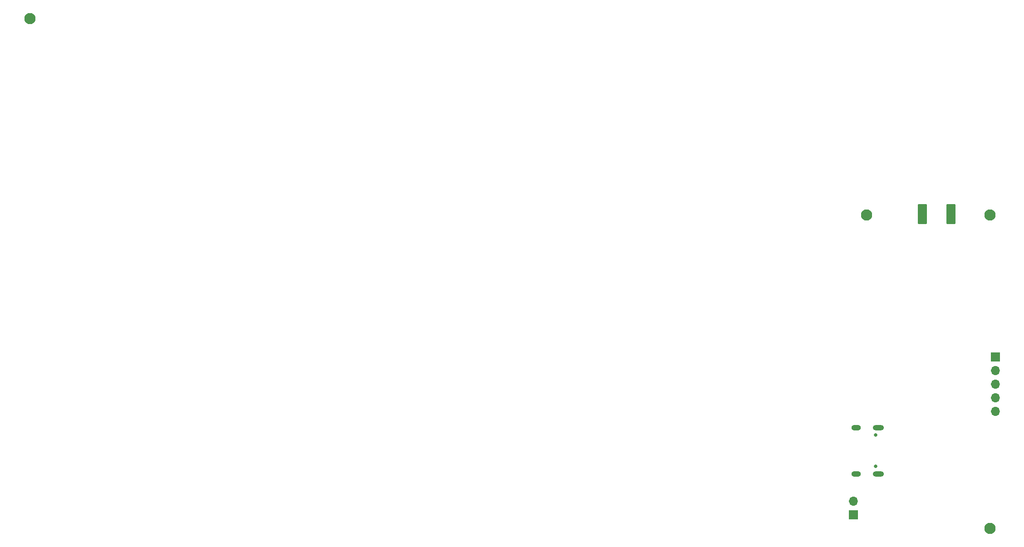
<source format=gbs>
G04 #@! TF.GenerationSoftware,KiCad,Pcbnew,8.0.1*
G04 #@! TF.CreationDate,2025-06-08T13:02:34-04:00*
G04 #@! TF.ProjectId,Topaz,546f7061-7a2e-46b6-9963-61645f706362,rev?*
G04 #@! TF.SameCoordinates,Original*
G04 #@! TF.FileFunction,Soldermask,Bot*
G04 #@! TF.FilePolarity,Negative*
%FSLAX46Y46*%
G04 Gerber Fmt 4.6, Leading zero omitted, Abs format (unit mm)*
G04 Created by KiCad (PCBNEW 8.0.1) date 2025-06-08 13:02:34*
%MOMM*%
%LPD*%
G01*
G04 APERTURE LIST*
G04 Aperture macros list*
%AMRoundRect*
0 Rectangle with rounded corners*
0 $1 Rounding radius*
0 $2 $3 $4 $5 $6 $7 $8 $9 X,Y pos of 4 corners*
0 Add a 4 corners polygon primitive as box body*
4,1,4,$2,$3,$4,$5,$6,$7,$8,$9,$2,$3,0*
0 Add four circle primitives for the rounded corners*
1,1,$1+$1,$2,$3*
1,1,$1+$1,$4,$5*
1,1,$1+$1,$6,$7*
1,1,$1+$1,$8,$9*
0 Add four rect primitives between the rounded corners*
20,1,$1+$1,$2,$3,$4,$5,0*
20,1,$1+$1,$4,$5,$6,$7,0*
20,1,$1+$1,$6,$7,$8,$9,0*
20,1,$1+$1,$8,$9,$2,$3,0*%
G04 Aperture macros list end*
%ADD10C,2.100000*%
%ADD11RoundRect,0.102000X-0.750000X1.750000X-0.750000X-1.750000X0.750000X-1.750000X0.750000X1.750000X0*%
%ADD12O,1.700000X1.700000*%
%ADD13R,1.700000X1.700000*%
%ADD14C,0.650000*%
%ADD15O,2.100000X1.000000*%
%ADD16O,1.800000X1.000000*%
G04 APERTURE END LIST*
D10*
X2375000Y-2375000D03*
D11*
X174266373Y-38837975D03*
X168866373Y-38837975D03*
D10*
X158500000Y-39000000D03*
D12*
X182500000Y-75660000D03*
X182500000Y-73120000D03*
X182500000Y-70580000D03*
X182500000Y-68040000D03*
D13*
X182500000Y-65500000D03*
D10*
X181500000Y-97500000D03*
X181500000Y-39000000D03*
D14*
X160213452Y-80109646D03*
X160213452Y-85889646D03*
D15*
X160713452Y-78679646D03*
D16*
X156533452Y-78679646D03*
D15*
X160713452Y-87319646D03*
D16*
X156533452Y-87319646D03*
D13*
X156000000Y-95000000D03*
D12*
X156000000Y-92460000D03*
M02*

</source>
